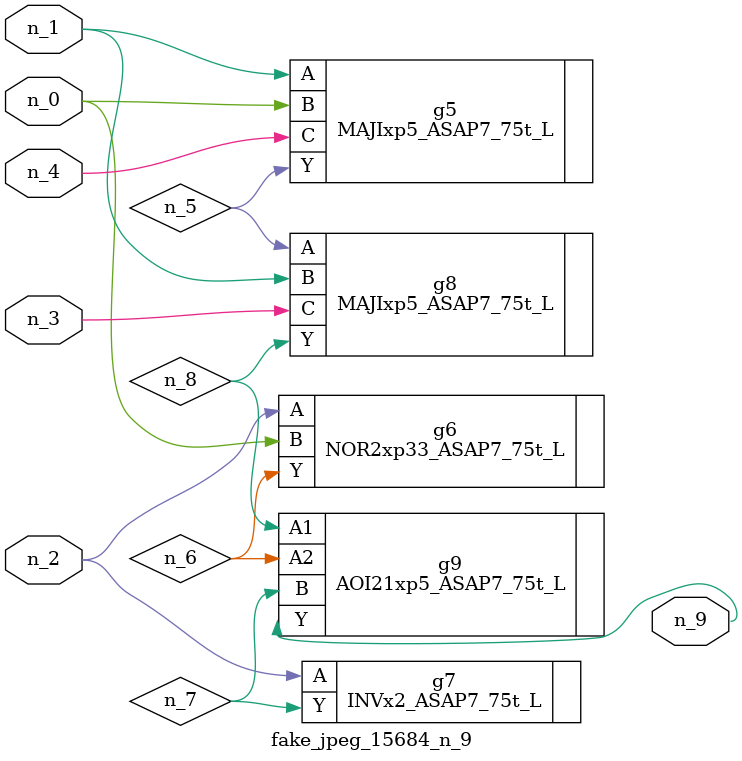
<source format=v>
module fake_jpeg_15684_n_9 (n_3, n_2, n_1, n_0, n_4, n_9);

input n_3;
input n_2;
input n_1;
input n_0;
input n_4;

output n_9;

wire n_8;
wire n_6;
wire n_5;
wire n_7;

MAJIxp5_ASAP7_75t_L g5 ( 
.A(n_1),
.B(n_0),
.C(n_4),
.Y(n_5)
);

NOR2xp33_ASAP7_75t_L g6 ( 
.A(n_2),
.B(n_0),
.Y(n_6)
);

INVx2_ASAP7_75t_L g7 ( 
.A(n_2),
.Y(n_7)
);

MAJIxp5_ASAP7_75t_L g8 ( 
.A(n_5),
.B(n_1),
.C(n_3),
.Y(n_8)
);

AOI21xp5_ASAP7_75t_L g9 ( 
.A1(n_8),
.A2(n_6),
.B(n_7),
.Y(n_9)
);


endmodule
</source>
